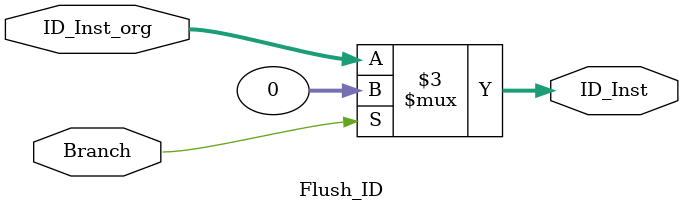
<source format=v>
`timescale 1ns / 1ps
module Flush_ID(
	ID_Inst_org, Branch, ID_Inst
    );
	input [31:0] ID_Inst_org;
	input Branch;
	output [31:0] ID_Inst;
	reg [31:0] ID_Inst;
	always @ (*)
	begin
		if (Branch)
		begin
			ID_Inst <= 0;
		end
		else 
		begin
			ID_Inst <= ID_Inst_org;
		end
	end

endmodule

</source>
